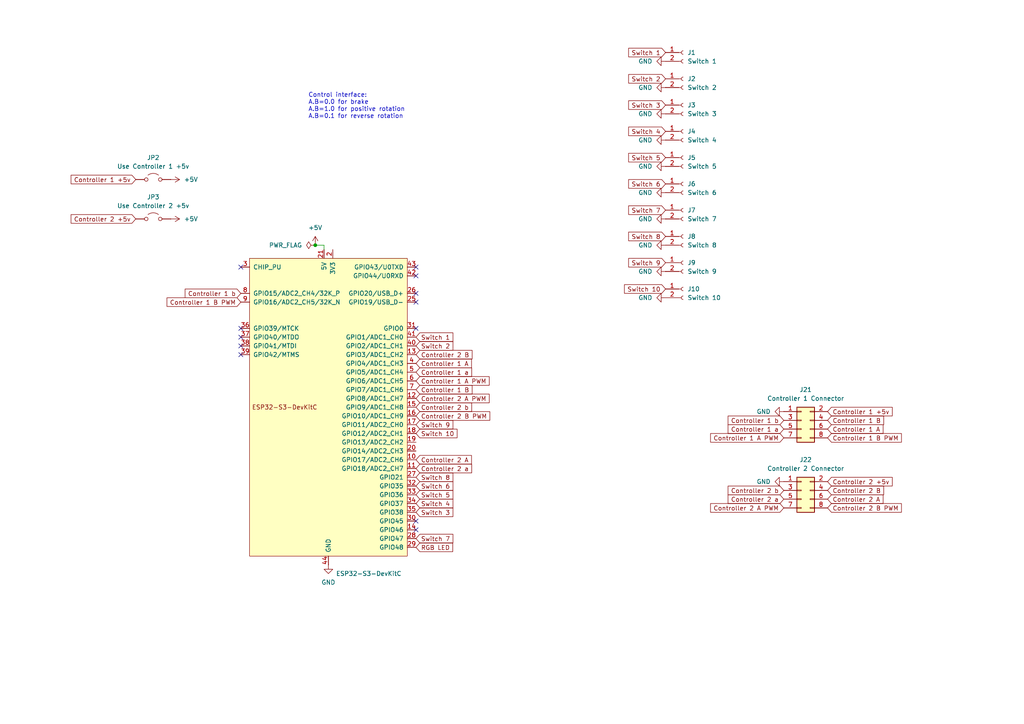
<source format=kicad_sch>
(kicad_sch (version 20231120) (generator "eeschema") (generator_version "8.0")
  (paper "A4")
  (lib_symbols
    (symbol "Connector:Conn_01x02_Socket" (pin_names (offset 1.016) hide)
      (property "Reference" "J" (at 0 2.54 0))
      (property "Value" "Conn_01x02_Socket" (at 0 -5.08 0))
      (symbol "Conn_01x02_Socket_1_1"
        (arc (start 0 -2.032) (mid -0.5058 -2.54) (end 0 -3.048) (stroke (width 0.1524)))
        (polyline (pts (xy -1.27 -2.54) (xy -0.508 -2.54)) (stroke (width 0.1524)))
        (polyline (pts (xy -1.27 0) (xy -0.508 0)) (stroke (width 0.1524)))
        (arc (start 0 0.508) (mid -0.5058 0) (end 0 -0.508) (stroke (width 0.1524)))
        (pin passive line (at -5.08 0 0) (length 3.81) (name "Pin_1") (number "1"))
        (pin passive line (at -5.08 -2.54 0) (length 3.81) (name "Pin_2") (number "2"))
      )
    )
    (symbol "Connector_Generic:Conn_02x04_Odd_Even" (pin_names (offset 1.016) hide)
      (property "Reference" "J" (at 1.27 5.08 0))
      (property "Value" "Conn_02x04_Odd_Even" (at 1.27 -7.62 0))
      (symbol "Conn_02x04_Odd_Even_1_1"
        (rectangle (start -1.27 -4.953) (end 0 -5.207) (stroke (width 0.1524)))
        (rectangle (start -1.27 -2.413) (end 0 -2.667) (stroke (width 0.1524)))
        (rectangle (start -1.27 0.127) (end 0 -0.127) (stroke (width 0.1524)))
        (rectangle (start -1.27 2.667) (end 0 2.413) (stroke (width 0.1524)))
        (rectangle (start -1.27 3.81) (end 3.81 -6.35) (stroke (width 0.254)) (fill (type background)))
        (rectangle (start 3.81 -4.953) (end 2.54 -5.207) (stroke (width 0.1524)))
        (rectangle (start 3.81 -2.413) (end 2.54 -2.667) (stroke (width 0.1524)))
        (rectangle (start 3.81 0.127) (end 2.54 -0.127) (stroke (width 0.1524)))
        (rectangle (start 3.81 2.667) (end 2.54 2.413) (stroke (width 0.1524)))
        (pin passive line (at -5.08 2.54 0) (length 3.81) (name "Pin_1") (number "1"))
        (pin passive line (at 7.62 2.54 180) (length 3.81) (name "Pin_2") (number "2"))
        (pin passive line (at -5.08 0 0) (length 3.81) (name "Pin_3") (number "3"))
        (pin passive line (at 7.62 0 180) (length 3.81) (name "Pin_4") (number "4"))
        (pin passive line (at -5.08 -2.54 0) (length 3.81) (name "Pin_5") (number "5"))
        (pin passive line (at 7.62 -2.54 180) (length 3.81) (name "Pin_6") (number "6"))
        (pin passive line (at -5.08 -5.08 0) (length 3.81) (name "Pin_7") (number "7"))
        (pin passive line (at 7.62 -5.08 180) (length 3.81) (name "Pin_8") (number "8"))
      )
    )
    (symbol "Jumper:Jumper_2_Open" (pin_numbers hide) (pin_names (offset 0) hide) (exclude_from_sim yes)
      (property "Reference" "JP" (at 0 2.794 0))
      (property "Value" "Jumper_2_Open" (at 0 -2.286 0))
      (symbol "Jumper_2_Open_0_0"
        (circle (center -2.032 0) (radius 0.508))
        (circle (center 2.032 0) (radius 0.508))
      )
      (symbol "Jumper_2_Open_0_1"
        (arc (start 1.524 1.27) (mid 0 1.778) (end -1.524 1.27))
      )
      (symbol "Jumper_2_Open_1_1"
        (pin passive line (at -5.08 0 0) (length 2.54) (name "A") (number "1"))
        (pin passive line (at 5.08 0 180) (length 2.54) (name "B") (number "2"))
      )
    )
    (symbol "PCM_Espressif:ESP32-S3-DevKitC" (pin_names (offset 1.016))
      (property "Reference" "U" (at -22.86 48.26 0))
      (property "Value" "ESP32-S3-DevKitC" (at -22.86 45.72 0))
      (symbol "ESP32-S3-DevKitC_0_0"
        (text "ESP32-S3-DevKitC" (at -12.7 0 0) (effects (font (size 1.27 1.27))))
        (pin bidirectional line (at 25.4 -35.56 180) (length 2.54) (name "GPIO46") (number "14"))
        (pin bidirectional line (at 25.4 -10.16 180) (length 2.54) (name "GPIO13/ADC2_CH2") (number "19"))
        (pin bidirectional line (at -25.4 15.24 0) (length 2.54) (name "GPIO42/MTMS") (number "39"))
        (pin bidirectional line (at 25.4 17.78 180) (length 2.54) (name "GPIO2/ADC1_CH1") (number "40"))
        (pin bidirectional line (at 25.4 20.32 180) (length 2.54) (name "GPIO1/ADC1_CH0") (number "41"))
        (pin bidirectional line (at 25.4 38.1 180) (length 2.54) (name "GPIO44/U0RXD") (number "42"))
        (pin bidirectional line (at 25.4 40.64 180) (length 2.54) (name "GPIO43/U0TXD") (number "43"))
        (pin power_in line (at 0 -45.72 90) (length 2.54) (name "GND") (number "44"))
      )
      (symbol "ESP32-S3-DevKitC_0_1"
        (rectangle (start -22.86 43.18) (end 22.86 -43.18) (fill (type background)))
        (pin power_in line (at 1.27 45.72 270) (length 2.54) (name "3V3") (number "2"))
      )
      (symbol "ESP32-S3-DevKitC_1_1"
        (pin passive line (at 1.27 45.72 270) (length 2.54) hide (name "3V3") (number "1"))
        (pin bidirectional line (at 25.4 -15.24 180) (length 2.54) (name "GPIO17/ADC2_CH6") (number "10"))
        (pin bidirectional line (at 25.4 -17.78 180) (length 2.54) (name "GPIO18/ADC2_CH7") (number "11"))
        (pin bidirectional line (at 25.4 2.54 180) (length 2.54) (name "GPIO8/ADC1_CH7") (number "12"))
        (pin bidirectional line (at 25.4 15.24 180) (length 2.54) (name "GPIO3/ADC1_CH2") (number "13"))
        (pin bidirectional line (at 25.4 0 180) (length 2.54) (name "GPIO9/ADC1_CH8") (number "15"))
        (pin bidirectional line (at 25.4 -2.54 180) (length 2.54) (name "GPIO10/ADC1_CH9") (number "16"))
        (pin bidirectional line (at 25.4 -5.08 180) (length 2.54) (name "GPIO11/ADC2_CH0") (number "17"))
        (pin bidirectional line (at 25.4 -7.62 180) (length 2.54) (name "GPIO12/ADC2_CH1") (number "18"))
        (pin bidirectional line (at 25.4 -12.7 180) (length 2.54) (name "GPIO14/ADC2_CH3") (number "20"))
        (pin power_in line (at -1.27 45.72 270) (length 2.54) (name "5V") (number "21"))
        (pin passive line (at 0 -45.72 90) (length 2.54) hide (name "GND") (number "22"))
        (pin passive line (at 0 -45.72 90) (length 2.54) hide (name "GND") (number "23"))
        (pin passive line (at 0 -45.72 90) (length 2.54) hide (name "GND") (number "24"))
        (pin bidirectional line (at 25.4 30.48 180) (length 2.54) (name "GPIO19/USB_D-") (number "25"))
        (pin bidirectional line (at 25.4 33.02 180) (length 2.54) (name "GPIO20/USB_D+") (number "26"))
        (pin bidirectional line (at 25.4 -20.32 180) (length 2.54) (name "GPIO21") (number "27"))
        (pin bidirectional line (at 25.4 -38.1 180) (length 2.54) (name "GPIO47") (number "28"))
        (pin bidirectional line (at 25.4 -40.64 180) (length 2.54) (name "GPIO48") (number "29"))
        (pin input line (at -25.4 40.64 0) (length 2.54) (name "CHIP_PU") (number "3"))
        (pin bidirectional line (at 25.4 -33.02 180) (length 2.54) (name "GPIO45") (number "30"))
        (pin bidirectional line (at 25.4 22.86 180) (length 2.54) (name "GPIO0") (number "31"))
        (pin bidirectional line (at 25.4 -22.86 180) (length 2.54) (name "GPIO35") (number "32"))
        (pin bidirectional line (at 25.4 -25.4 180) (length 2.54) (name "GPIO36") (number "33"))
        (pin bidirectional line (at 25.4 -27.94 180) (length 2.54) (name "GPIO37") (number "34"))
        (pin bidirectional line (at 25.4 -30.48 180) (length 2.54) (name "GPIO38") (number "35"))
        (pin bidirectional line (at -25.4 22.86 0) (length 2.54) (name "GPIO39/MTCK") (number "36"))
        (pin bidirectional line (at -25.4 20.32 0) (length 2.54) (name "GPIO40/MTDO") (number "37"))
        (pin bidirectional line (at -25.4 17.78 0) (length 2.54) (name "GPIO41/MTDI") (number "38"))
        (pin bidirectional line (at 25.4 12.7 180) (length 2.54) (name "GPIO4/ADC1_CH3") (number "4"))
        (pin bidirectional line (at 25.4 10.16 180) (length 2.54) (name "GPIO5/ADC1_CH4") (number "5"))
        (pin bidirectional line (at 25.4 7.62 180) (length 2.54) (name "GPIO6/ADC1_CH5") (number "6"))
        (pin bidirectional line (at 25.4 5.08 180) (length 2.54) (name "GPIO7/ADC1_CH6") (number "7"))
        (pin bidirectional line (at -25.4 33.02 0) (length 2.54) (name "GPIO15/ADC2_CH4/32K_P") (number "8"))
        (pin bidirectional line (at -25.4 30.48 0) (length 2.54) (name "GPIO16/ADC2_CH5/32K_N") (number "9"))
      )
    )
    (symbol "power:+5V" (power) (pin_numbers hide) (pin_names (offset 0) hide)
      (property "Value" "+5V" (at 0 3.556 0))
      (symbol "+5V_0_1"
        (polyline (pts (xy -0.762 1.27) (xy 0 2.54)))
        (polyline (pts (xy 0 0) (xy 0 2.54)))
        (polyline (pts (xy 0 2.54) (xy 0.762 1.27)))
      )
      (symbol "+5V_1_1"
        (pin power_in line (at 0 0 90) (length 0) (name "~") (number "1"))
      )
    )
    (symbol "power:GND" (power) (pin_numbers hide) (pin_names (offset 0) hide)
      (property "Value" "GND" (at 0 -3.81 0))
      (symbol "GND_0_1"
        (polyline (pts (xy 0 0) (xy 0 -1.27) (xy 1.27 -1.27) (xy 0 -2.54) (xy -1.27 -1.27) (xy 0 -1.27)))
      )
      (symbol "GND_1_1"
        (pin power_in line (at 0 0 270) (length 0) (name "~") (number "1"))
      )
    )
    (symbol "power:PWR_FLAG" (power) (pin_numbers hide) (pin_names (offset 0) hide)
      (property "Value" "PWR_FLAG" (at 0 3.81 0))
      (symbol "PWR_FLAG_0_0"
        (pin power_out line (at 0 0 90) (length 0) (name "~") (number "1"))
      )
      (symbol "PWR_FLAG_0_1"
        (polyline (pts (xy 0 0) (xy 0 1.27) (xy -1.016 1.905) (xy 0 2.54) (xy 1.016 1.905) (xy 0 1.27)))
      )
    )
  )
  (junction (at 91.44 71.12))
  (no_connect (at 120.65 77.47))
  (no_connect (at 69.85 77.47))
  (no_connect (at 69.85 102.87))
  (no_connect (at 120.65 80.01))
  (no_connect (at 69.85 97.79))
  (no_connect (at 120.65 95.25))
  (no_connect (at 120.65 85.09))
  (no_connect (at 69.85 95.25))
  (no_connect (at 120.65 153.67))
  (no_connect (at 120.65 87.63))
  (no_connect (at 120.65 151.13))
  (no_connect (at 69.85 100.33))
  (wire (pts (xy 91.44 71.12) (xy 93.98 71.12)))
  (wire (pts (xy 93.98 71.12) (xy 93.98 72.39)))
  (text "Control interface:\nA.B=0.0 for brake\nA.B=1.0 for positive rotation\nA.B=0.1 for reverse rotation" (at 89.408 30.734 0) (effects (font (size 1.27 1.27)) (justify left)))
  (global_label "Controller 1 a" (shape input) (at 120.65 107.95 0) (property "Intersheetrefs" "${INTERSHEET_REFS}" (effects (hide yes))))
  (global_label "Switch 1" (shape input) (at 193.04 15.24 180) (property "Intersheetrefs" "${INTERSHEET_REFS}" (effects (hide yes))))
  (global_label "Controller 1 A" (shape input) (at 240.03 124.46 0) (property "Intersheetrefs" "${INTERSHEET_REFS}" (effects (hide yes))))
  (global_label "Switch 3" (shape input) (at 120.65 148.59 0) (property "Intersheetrefs" "${INTERSHEET_REFS}" (effects (hide yes))))
  (global_label "Switch 3" (shape input) (at 193.04 30.48 180) (property "Intersheetrefs" "${INTERSHEET_REFS}" (effects (hide yes))))
  (global_label "Controller 2 A" (shape input) (at 240.03 144.78 0) (property "Intersheetrefs" "${INTERSHEET_REFS}" (effects (hide yes))))
  (global_label "RGB LED" (shape input) (at 120.65 158.75 0) (property "Intersheetrefs" "${INTERSHEET_REFS}" (effects (hide yes))))
  (global_label "Switch 9" (shape input) (at 120.65 123.19 0) (property "Intersheetrefs" "${INTERSHEET_REFS}" (effects (hide yes))))
  (global_label "Controller 2 A PWM" (shape input) (at 227.33 147.32 180) (property "Intersheetrefs" "${INTERSHEET_REFS}" (effects (hide yes))))
  (global_label "Switch 4" (shape input) (at 120.65 146.05 0) (property "Intersheetrefs" "${INTERSHEET_REFS}" (effects (hide yes))))
  (global_label "Controller 2 B PWM" (shape input) (at 120.65 120.65 0) (property "Intersheetrefs" "${INTERSHEET_REFS}" (effects (hide yes))))
  (global_label "Switch 10" (shape input) (at 120.65 125.73 0) (property "Intersheetrefs" "${INTERSHEET_REFS}" (effects (hide yes))))
  (global_label "Switch 8" (shape input) (at 120.65 138.43 0) (property "Intersheetrefs" "${INTERSHEET_REFS}" (effects (hide yes))))
  (global_label "Controller 1 B PWM" (shape input) (at 69.85 87.63 180) (property "Intersheetrefs" "${INTERSHEET_REFS}" (effects (hide yes))))
  (global_label "Controller 1 b" (shape input) (at 227.33 121.92 180) (property "Intersheetrefs" "${INTERSHEET_REFS}" (effects (hide yes))))
  (global_label "Controller 1 a" (shape input) (at 227.33 124.46 180) (property "Intersheetrefs" "${INTERSHEET_REFS}" (effects (hide yes))))
  (global_label "Controller 1 +5v" (shape input) (at 39.37 52.07 180) (property "Intersheetrefs" "${INTERSHEET_REFS}" (effects (hide yes))))
  (global_label "Switch 5" (shape input) (at 193.04 45.72 180) (property "Intersheetrefs" "${INTERSHEET_REFS}" (effects (hide yes))))
  (global_label "Switch 2" (shape input) (at 120.65 100.33 0) (property "Intersheetrefs" "${INTERSHEET_REFS}" (effects (hide yes))))
  (global_label "Controller 2 +5v" (shape input) (at 240.03 139.7 0) (property "Intersheetrefs" "${INTERSHEET_REFS}" (effects (hide yes))))
  (global_label "Controller 2 B PWM" (shape input) (at 240.03 147.32 0) (property "Intersheetrefs" "${INTERSHEET_REFS}" (effects (hide yes))))
  (global_label "Controller 1 B" (shape input) (at 240.03 121.92 0) (property "Intersheetrefs" "${INTERSHEET_REFS}" (effects (hide yes))))
  (global_label "Controller 1 A PWM" (shape input) (at 227.33 127 180) (property "Intersheetrefs" "${INTERSHEET_REFS}" (effects (hide yes))))
  (global_label "Switch 10" (shape input) (at 193.04 83.82 180) (property "Intersheetrefs" "${INTERSHEET_REFS}" (effects (hide yes))))
  (global_label "Controller 1 B PWM" (shape input) (at 240.03 127 0) (property "Intersheetrefs" "${INTERSHEET_REFS}" (effects (hide yes))))
  (global_label "Controller 2 b" (shape input) (at 120.65 118.11 0) (property "Intersheetrefs" "${INTERSHEET_REFS}" (effects (hide yes))))
  (global_label "Switch 4" (shape input) (at 193.04 38.1 180) (property "Intersheetrefs" "${INTERSHEET_REFS}" (effects (hide yes))))
  (global_label "Switch 6" (shape input) (at 120.65 140.97 0) (property "Intersheetrefs" "${INTERSHEET_REFS}" (effects (hide yes))))
  (global_label "Controller 2 A" (shape input) (at 120.65 133.35 0) (property "Intersheetrefs" "${INTERSHEET_REFS}" (effects (hide yes))))
  (global_label "Switch 2" (shape input) (at 193.04 22.86 180) (property "Intersheetrefs" "${INTERSHEET_REFS}" (effects (hide yes))))
  (global_label "Controller 2 A PWM" (shape input) (at 120.65 115.57 0) (property "Intersheetrefs" "${INTERSHEET_REFS}" (effects (hide yes))))
  (global_label "Controller 2 +5v" (shape input) (at 39.37 63.5 180) (property "Intersheetrefs" "${INTERSHEET_REFS}" (effects (hide yes))))
  (global_label "Switch 7" (shape input) (at 120.65 156.21 0) (property "Intersheetrefs" "${INTERSHEET_REFS}" (effects (hide yes))))
  (global_label "Controller 2 a" (shape input) (at 120.65 135.89 0) (property "Intersheetrefs" "${INTERSHEET_REFS}" (effects (hide yes))))
  (global_label "Switch 5" (shape input) (at 120.65 143.51 0) (property "Intersheetrefs" "${INTERSHEET_REFS}" (effects (hide yes))))
  (global_label "Switch 1" (shape input) (at 120.65 97.79 0) (property "Intersheetrefs" "${INTERSHEET_REFS}" (effects (hide yes))))
  (global_label "Controller 2 B" (shape input) (at 240.03 142.24 0) (property "Intersheetrefs" "${INTERSHEET_REFS}" (effects (hide yes))))
  (global_label "Controller 1 A PWM" (shape input) (at 120.65 110.49 0) (property "Intersheetrefs" "${INTERSHEET_REFS}" (effects (hide yes))))
  (global_label "Controller 2 a" (shape input) (at 227.33 144.78 180) (property "Intersheetrefs" "${INTERSHEET_REFS}" (effects (hide yes))))
  (global_label "Controller 1 +5v" (shape input) (at 240.03 119.38 0) (property "Intersheetrefs" "${INTERSHEET_REFS}" (effects (hide yes))))
  (global_label "Controller 2 B" (shape input) (at 120.65 102.87 0) (property "Intersheetrefs" "${INTERSHEET_REFS}" (effects (hide yes))))
  (global_label "Switch 7" (shape input) (at 193.04 60.96 180) (property "Intersheetrefs" "${INTERSHEET_REFS}" (effects (hide yes))))
  (global_label "Controller 2 b" (shape input) (at 227.33 142.24 180) (property "Intersheetrefs" "${INTERSHEET_REFS}" (effects (hide yes))))
  (global_label "Switch 8" (shape input) (at 193.04 68.58 180) (property "Intersheetrefs" "${INTERSHEET_REFS}" (effects (hide yes))))
  (global_label "Controller 1 A" (shape input) (at 120.65 105.41 0) (property "Intersheetrefs" "${INTERSHEET_REFS}" (effects (hide yes))))
  (global_label "Switch 9" (shape input) (at 193.04 76.2 180) (property "Intersheetrefs" "${INTERSHEET_REFS}" (effects (hide yes))))
  (global_label "Switch 6" (shape input) (at 193.04 53.34 180) (property "Intersheetrefs" "${INTERSHEET_REFS}" (effects (hide yes))))
  (global_label "Controller 1 b" (shape input) (at 69.85 85.09 180) (property "Intersheetrefs" "${INTERSHEET_REFS}" (effects (hide yes))))
  (global_label "Controller 1 B" (shape input) (at 120.65 113.03 0) (property "Intersheetrefs" "${INTERSHEET_REFS}" (effects (hide yes))))
  (symbol (lib_id "power:GND") (at 193.04 48.26 270) (unit 1)
    (property "Reference" "#PWR010" (effects (hide yes)))
    (property "Value" "GND" (at 189.23 48.2599 90) (effects (justify right)))
    (property "Description" "Power symbol creates a global label with name \"GND\" , ground" (effects (hide yes)))
  )
  (symbol (lib_id "Connector:Conn_01x02_Socket") (at 198.12 22.86 0) (unit 1)
    (property "Reference" "J2" (at 199.39 22.8599 0) (effects (justify left)))
    (property "Value" "Switch 2" (at 199.39 25.3999 0) (effects (justify left)))
    (property "Footprint" "Connector_JST:JST_XH_B2B-XH-A_1x02_P2.50mm_Vertical" (effects (hide yes)))
    (property "Description" "Generic connector, single row, 01x02, script generated" (effects (hide yes)))
  )
  (symbol (lib_id "Connector:Conn_01x02_Socket") (at 198.12 15.24 0) (unit 1)
    (property "Reference" "J1" (at 199.39 15.2399 0) (effects (justify left)))
    (property "Value" "Switch 1" (at 199.39 17.7799 0) (effects (justify left)))
    (property "Footprint" "Connector_JST:JST_XH_B2B-XH-A_1x02_P2.50mm_Vertical" (effects (hide yes)))
    (property "Description" "Generic connector, single row, 01x02, script generated" (effects (hide yes)))
  )
  (symbol (lib_id "Connector:Conn_01x02_Socket") (at 198.12 45.72 0) (unit 1)
    (property "Reference" "J5" (at 199.39 45.7199 0) (effects (justify left)))
    (property "Value" "Switch 5" (at 199.39 48.2599 0) (effects (justify left)))
    (property "Footprint" "Connector_JST:JST_XH_B2B-XH-A_1x02_P2.50mm_Vertical" (effects (hide yes)))
    (property "Description" "Generic connector, single row, 01x02, script generated" (effects (hide yes)))
  )
  (symbol (lib_id "power:PWR_FLAG") (at 91.44 71.12 90) (unit 1)
    (property "Reference" "#FLG02" (effects (hide yes)))
    (property "Value" "PWR_FLAG" (at 87.63 71.1199 90) (effects (justify left)))
    (property "Description" "Special symbol for telling ERC where power comes from" (effects (hide yes)))
  )
  (symbol (lib_id "power:GND") (at 193.04 86.36 270) (unit 1)
    (property "Reference" "#PWR015" (effects (hide yes)))
    (property "Value" "GND" (at 189.23 86.3599 90) (effects (justify right)))
    (property "Description" "Power symbol creates a global label with name \"GND\" , ground" (effects (hide yes)))
  )
  (symbol (lib_id "Connector:Conn_01x02_Socket") (at 198.12 76.2 0) (unit 1)
    (property "Reference" "J9" (at 199.39 76.1999 0) (effects (justify left)))
    (property "Value" "Switch 9" (at 199.39 78.7399 0) (effects (justify left)))
    (property "Footprint" "Connector_JST:JST_XH_B2B-XH-A_1x02_P2.50mm_Vertical" (effects (hide yes)))
    (property "Description" "Generic connector, single row, 01x02, script generated" (effects (hide yes)))
  )
  (symbol (lib_id "PCM_Espressif:ESP32-S3-DevKitC") (at 95.25 118.11 0) (unit 1)
    (property "Reference" "U1" (effects (hide yes)))
    (property "Value" "ESP32-S3-DevKitC" (at 97.4441 166.37 0) (effects (justify left)))
    (property "Footprint" "Explorer:ESP32-S3-DevKitC AliExpress" (effects (hide yes)))
    (property "Description" "ESP32-S3-DevKitC" (effects (hide yes)))
  )
  (symbol (lib_id "power:+5V") (at 49.53 63.5 270) (unit 1)
    (property "Reference" "#PWR026" (effects (hide yes)))
    (property "Value" "+5V" (at 53.34 63.4999 90) (effects (justify left)))
    (property "Description" "Power symbol creates a global label with name \"+5V\"" (effects (hide yes)))
  )
  (symbol (lib_id "power:GND") (at 193.04 17.78 270) (unit 1)
    (property "Reference" "#PWR09" (effects (hide yes)))
    (property "Value" "GND" (at 189.23 17.7799 90) (effects (justify right)))
    (property "Description" "Power symbol creates a global label with name \"GND\" , ground" (effects (hide yes)))
  )
  (symbol (lib_id "power:GND") (at 193.04 33.02 270) (unit 1)
    (property "Reference" "#PWR04" (effects (hide yes)))
    (property "Value" "GND" (at 189.23 33.0199 90) (effects (justify right)))
    (property "Description" "Power symbol creates a global label with name \"GND\" , ground" (effects (hide yes)))
  )
  (symbol (lib_id "Connector_Generic:Conn_02x04_Odd_Even") (at 232.41 142.24 0) (unit 1)
    (property "Reference" "J22" (at 233.68 133.35 0))
    (property "Value" "Controller 2 Connector" (at 233.68 135.89 0))
    (property "Footprint" "Connector_IDC:IDC-Header_2x04_P2.54mm_Vertical" (effects (hide yes)))
    (property "Description" "Generic connector, double row, 02x04, odd/even pin numbering scheme (row 1 odd numbers, row 2 even numbers), script generated (kicad-library-utils/schlib/autogen/connector/)" (effects (hide yes)))
  )
  (symbol (lib_id "Connector:Conn_01x02_Socket") (at 198.12 38.1 0) (unit 1)
    (property "Reference" "J4" (at 199.39 38.0999 0) (effects (justify left)))
    (property "Value" "Switch 4" (at 199.39 40.6399 0) (effects (justify left)))
    (property "Footprint" "Connector_JST:JST_XH_B2B-XH-A_1x02_P2.50mm_Vertical" (effects (hide yes)))
    (property "Description" "Generic connector, single row, 01x02, script generated" (effects (hide yes)))
  )
  (symbol (lib_id "power:GND") (at 227.33 139.7 270) (unit 1)
    (property "Reference" "#PWR08" (effects (hide yes)))
    (property "Value" "GND" (at 223.52 139.6999 90) (effects (justify right)))
    (property "Description" "Power symbol creates a global label with name \"GND\" , ground" (effects (hide yes)))
  )
  (symbol (lib_id "power:GND") (at 193.04 25.4 270) (unit 1)
    (property "Reference" "#PWR05" (effects (hide yes)))
    (property "Value" "GND" (at 189.23 25.3999 90) (effects (justify right)))
    (property "Description" "Power symbol creates a global label with name \"GND\" , ground" (effects (hide yes)))
  )
  (symbol (lib_id "Connector:Conn_01x02_Socket") (at 198.12 30.48 0) (unit 1)
    (property "Reference" "J3" (at 199.39 30.4799 0) (effects (justify left)))
    (property "Value" "Switch 3" (at 199.39 33.0199 0) (effects (justify left)))
    (property "Footprint" "Connector_JST:JST_XH_B2B-XH-A_1x02_P2.50mm_Vertical" (effects (hide yes)))
    (property "Description" "Generic connector, single row, 01x02, script generated" (effects (hide yes)))
  )
  (symbol (lib_id "power:GND") (at 193.04 55.88 270) (unit 1)
    (property "Reference" "#PWR011" (effects (hide yes)))
    (property "Value" "GND" (at 189.23 55.8799 90) (effects (justify right)))
    (property "Description" "Power symbol creates a global label with name \"GND\" , ground" (effects (hide yes)))
  )
  (symbol (lib_id "Connector:Conn_01x02_Socket") (at 198.12 68.58 0) (unit 1)
    (property "Reference" "J8" (at 199.39 68.5799 0) (effects (justify left)))
    (property "Value" "Switch 8" (at 199.39 71.1199 0) (effects (justify left)))
    (property "Footprint" "Connector_JST:JST_XH_B2B-XH-A_1x02_P2.50mm_Vertical" (effects (hide yes)))
    (property "Description" "Generic connector, single row, 01x02, script generated" (effects (hide yes)))
  )
  (symbol (lib_id "power:GND") (at 227.33 119.38 270) (unit 1)
    (property "Reference" "#PWR07" (effects (hide yes)))
    (property "Value" "GND" (at 223.52 119.3799 90) (effects (justify right)))
    (property "Description" "Power symbol creates a global label with name \"GND\" , ground" (effects (hide yes)))
  )
  (symbol (lib_id "power:GND") (at 193.04 78.74 270) (unit 1)
    (property "Reference" "#PWR014" (effects (hide yes)))
    (property "Value" "GND" (at 189.23 78.7399 90) (effects (justify right)))
    (property "Description" "Power symbol creates a global label with name \"GND\" , ground" (effects (hide yes)))
  )
  (symbol (lib_id "power:GND") (at 95.25 163.83 0) (unit 1)
    (property "Reference" "#PWR01" (effects (hide yes)))
    (property "Value" "GND" (at 95.25 168.91 0))
    (property "Description" "Power symbol creates a global label with name \"GND\" , ground" (effects (hide yes)))
  )
  (symbol (lib_id "Connector:Conn_01x02_Socket") (at 198.12 83.82 0) (unit 1)
    (property "Reference" "J10" (at 199.39 83.8199 0) (effects (justify left)))
    (property "Value" "Switch 10" (at 199.39 86.3599 0) (effects (justify left)))
    (property "Footprint" "Connector_JST:JST_XH_B2B-XH-A_1x02_P2.50mm_Vertical" (effects (hide yes)))
    (property "Description" "Generic connector, single row, 01x02, script generated" (effects (hide yes)))
  )
  (symbol (lib_id "Connector:Conn_01x02_Socket") (at 198.12 53.34 0) (unit 1)
    (property "Reference" "J6" (at 199.39 53.3399 0) (effects (justify left)))
    (property "Value" "Switch 6" (at 199.39 55.8799 0) (effects (justify left)))
    (property "Footprint" "Connector_JST:JST_XH_B2B-XH-A_1x02_P2.50mm_Vertical" (effects (hide yes)))
    (property "Description" "Generic connector, single row, 01x02, script generated" (effects (hide yes)))
  )
  (symbol (lib_id "power:+5V") (at 49.53 52.07 270) (unit 1)
    (property "Reference" "#PWR025" (effects (hide yes)))
    (property "Value" "+5V" (at 53.34 52.0699 90) (effects (justify left)))
    (property "Description" "Power symbol creates a global label with name \"+5V\"" (effects (hide yes)))
  )
  (symbol (lib_id "power:+5V") (at 91.44 71.12 0) (unit 1)
    (property "Reference" "#PWR02" (effects (hide yes)))
    (property "Value" "+5V" (at 91.44 66.04 0))
    (property "Description" "Power symbol creates a global label with name \"+5V\"" (effects (hide yes)))
  )
  (symbol (lib_id "Jumper:Jumper_2_Open") (at 44.45 52.07 0) (unit 1) (exclude_from_sim yes)
    (property "Reference" "JP2" (at 44.45 45.72 0))
    (property "Value" "Use Controller 1 +5v" (at 44.45 48.26 0))
    (property "Footprint" "Jumper:SolderJumper-2_P1.3mm_Open_RoundedPad1.0x1.5mm" (effects (hide yes)))
    (property "Description" "Jumper, 2-pole, open" (effects (hide yes)))
  )
  (symbol (lib_id "power:GND") (at 193.04 71.12 270) (unit 1)
    (property "Reference" "#PWR013" (effects (hide yes)))
    (property "Value" "GND" (at 189.23 71.1199 90) (effects (justify right)))
    (property "Description" "Power symbol creates a global label with name \"GND\" , ground" (effects (hide yes)))
  )
  (symbol (lib_id "Connector_Generic:Conn_02x04_Odd_Even") (at 232.41 121.92 0) (unit 1)
    (property "Reference" "J21" (at 233.68 113.03 0))
    (property "Value" "Controller 1 Connector" (at 233.68 115.57 0))
    (property "Footprint" "Connector_IDC:IDC-Header_2x04_P2.54mm_Vertical" (effects (hide yes)))
    (property "Description" "Generic connector, double row, 02x04, odd/even pin numbering scheme (row 1 odd numbers, row 2 even numbers), script generated (kicad-library-utils/schlib/autogen/connector/)" (effects (hide yes)))
  )
  (symbol (lib_id "power:GND") (at 193.04 40.64 270) (unit 1)
    (property "Reference" "#PWR03" (effects (hide yes)))
    (property "Value" "GND" (at 189.23 40.6399 90) (effects (justify right)))
    (property "Description" "Power symbol creates a global label with name \"GND\" , ground" (effects (hide yes)))
  )
  (symbol (lib_id "power:GND") (at 193.04 63.5 270) (unit 1)
    (property "Reference" "#PWR012" (effects (hide yes)))
    (property "Value" "GND" (at 189.23 63.4999 90) (effects (justify right)))
    (property "Description" "Power symbol creates a global label with name \"GND\" , ground" (effects (hide yes)))
  )
  (symbol (lib_id "Jumper:Jumper_2_Open") (at 44.45 63.5 0) (unit 1) (exclude_from_sim yes)
    (property "Reference" "JP3" (at 44.45 57.15 0))
    (property "Value" "Use Controller 2 +5v" (at 44.45 59.69 0))
    (property "Footprint" "Jumper:SolderJumper-2_P1.3mm_Open_RoundedPad1.0x1.5mm" (effects (hide yes)))
    (property "Description" "Jumper, 2-pole, open" (effects (hide yes)))
  )
  (symbol (lib_id "Connector:Conn_01x02_Socket") (at 198.12 60.96 0) (unit 1)
    (property "Reference" "J7" (at 199.39 60.9599 0) (effects (justify left)))
    (property "Value" "Switch 7" (at 199.39 63.4999 0) (effects (justify left)))
    (property "Footprint" "Connector_JST:JST_XH_B2B-XH-A_1x02_P2.50mm_Vertical" (effects (hide yes)))
    (property "Description" "Generic connector, single row, 01x02, script generated" (effects (hide yes)))
  )
)
</source>
